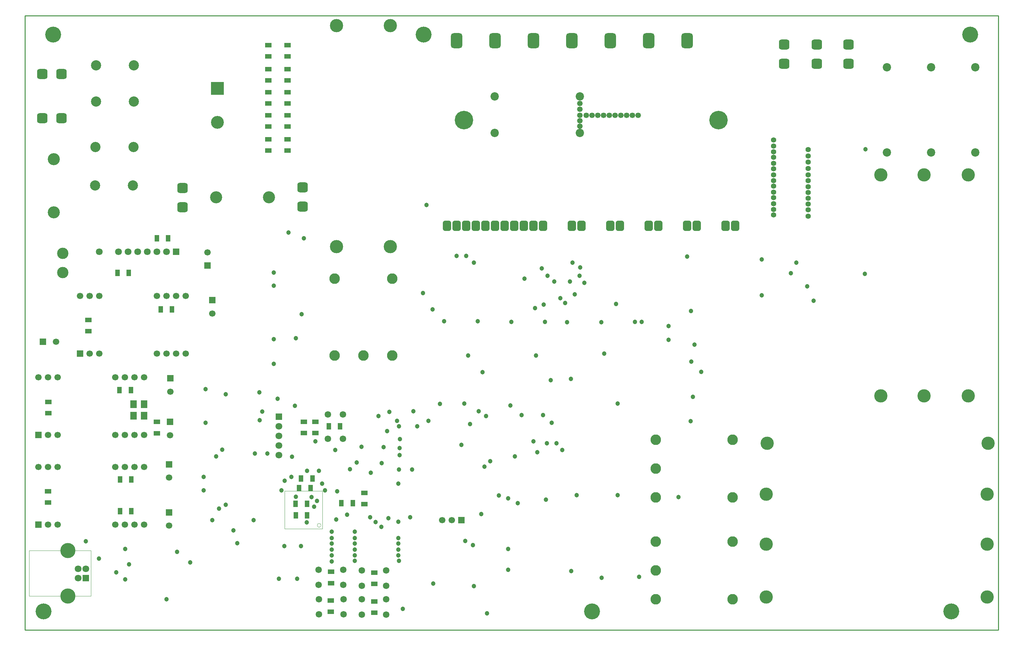
<source format=gbs>
%FSLAX42Y42*%
%MOMM*%
G71*
G01*
G75*
G04 Layer_Color=16711935*
%ADD10R,1.00X1.60*%
%ADD11R,1.60X1.00*%
%ADD12R,1.60X1.80*%
%ADD13R,0.60X2.20*%
%ADD14R,0.60X2.20*%
%ADD15R,0.60X1.20*%
%ADD16R,1.60X1.00*%
%ADD17R,2.00X2.00*%
%ADD18R,1.60X1.60*%
%ADD19R,2.00X2.00*%
%ADD20R,1.00X0.90*%
%ADD21O,0.60X1.20*%
%ADD22R,2.00X1.40*%
%ADD23R,1.00X1.60*%
%ADD24R,0.90X1.00*%
%ADD25R,1.80X0.35*%
%ADD26O,1.80X0.35*%
%ADD27O,0.30X1.80*%
%ADD28O,1.80X0.30*%
%ADD29R,0.60X1.30*%
%ADD30O,0.60X1.30*%
%ADD31C,1.00*%
%ADD32C,0.50*%
%ADD33C,2.00*%
%ADD34C,0.30*%
%ADD35C,1.25*%
%ADD36C,0.35*%
%ADD37C,0.13*%
%ADD38C,0.10*%
%ADD39C,0.25*%
%ADD40C,4.00*%
G04:AMPARAMS|DCode=41|XSize=2.5mm|YSize=2.5mm|CornerRadius=0.63mm|HoleSize=0mm|Usage=FLASHONLY|Rotation=90.000|XOffset=0mm|YOffset=0mm|HoleType=Round|Shape=RoundedRectangle|*
%AMROUNDEDRECTD41*
21,1,2.50,1.25,0,0,90.0*
21,1,1.25,2.50,0,0,90.0*
1,1,1.25,0.63,0.63*
1,1,1.25,0.63,-0.63*
1,1,1.25,-0.63,-0.63*
1,1,1.25,-0.63,0.63*
%
%ADD41ROUNDEDRECTD41*%
G04:AMPARAMS|DCode=42|XSize=2.5mm|YSize=2.5mm|CornerRadius=0.63mm|HoleSize=0mm|Usage=FLASHONLY|Rotation=180.000|XOffset=0mm|YOffset=0mm|HoleType=Round|Shape=RoundedRectangle|*
%AMROUNDEDRECTD42*
21,1,2.50,1.25,0,0,180.0*
21,1,1.25,2.50,0,0,180.0*
1,1,1.25,-0.63,0.63*
1,1,1.25,0.63,0.63*
1,1,1.25,0.63,-0.63*
1,1,1.25,-0.63,-0.63*
%
%ADD42ROUNDEDRECTD42*%
%ADD43C,1.50*%
%ADD44R,1.50X1.50*%
%ADD45R,1.50X1.50*%
%ADD46C,2.50*%
%ADD47C,3.00*%
%ADD48C,2.59*%
%ADD49C,3.30*%
%ADD50C,1.52*%
%ADD51C,3.20*%
%ADD52R,3.20X3.20*%
%ADD53R,1.60X1.60*%
%ADD54C,1.60*%
%ADD55C,3.80*%
%ADD56C,2.80*%
%ADD57C,2.00*%
G04:AMPARAMS|DCode=58|XSize=2mm|YSize=2.5mm|CornerRadius=0.5mm|HoleSize=0mm|Usage=FLASHONLY|Rotation=180.000|XOffset=0mm|YOffset=0mm|HoleType=Round|Shape=RoundedRectangle|*
%AMROUNDEDRECTD58*
21,1,2.00,1.50,0,0,180.0*
21,1,1.00,2.50,0,0,180.0*
1,1,1.00,-0.50,0.75*
1,1,1.00,0.50,0.75*
1,1,1.00,0.50,-0.75*
1,1,1.00,-0.50,-0.75*
%
%ADD58ROUNDEDRECTD58*%
G04:AMPARAMS|DCode=59|XSize=2.8mm|YSize=3.8mm|CornerRadius=0.7mm|HoleSize=0mm|Usage=FLASHONLY|Rotation=180.000|XOffset=0mm|YOffset=0mm|HoleType=Round|Shape=RoundedRectangle|*
%AMROUNDEDRECTD59*
21,1,2.80,2.40,0,0,180.0*
21,1,1.40,3.80,0,0,180.0*
1,1,1.40,-0.70,1.20*
1,1,1.40,0.70,1.20*
1,1,1.40,0.70,-1.20*
1,1,1.40,-0.70,-1.20*
%
%ADD59ROUNDEDRECTD59*%
%ADD60C,4.70*%
%ADD61C,1.27*%
%ADD62C,1.00*%
%ADD63C,1.20*%
%ADD64C,1.50*%
%ADD65R,1.20X1.80*%
%ADD66R,1.80X1.20*%
%ADD67R,1.80X2.00*%
%ADD68R,0.80X2.40*%
%ADD69R,0.80X2.40*%
%ADD70R,0.80X1.40*%
%ADD71R,1.80X1.20*%
%ADD72R,2.20X2.20*%
%ADD73R,1.80X1.80*%
%ADD74R,2.20X2.20*%
%ADD75R,1.20X1.10*%
%ADD76O,0.80X1.40*%
%ADD77R,2.20X1.60*%
%ADD78R,1.20X1.80*%
%ADD79R,1.10X1.20*%
%ADD80R,2.00X0.55*%
%ADD81O,2.00X0.55*%
%ADD82O,0.50X2.00*%
%ADD83O,2.00X0.50*%
%ADD84R,0.80X1.50*%
%ADD85O,0.80X1.50*%
%ADD86C,4.20*%
G04:AMPARAMS|DCode=87|XSize=2.7mm|YSize=2.7mm|CornerRadius=0.68mm|HoleSize=0mm|Usage=FLASHONLY|Rotation=90.000|XOffset=0mm|YOffset=0mm|HoleType=Round|Shape=RoundedRectangle|*
%AMROUNDEDRECTD87*
21,1,2.70,1.35,0,0,90.0*
21,1,1.35,2.70,0,0,90.0*
1,1,1.35,0.68,0.68*
1,1,1.35,0.68,-0.68*
1,1,1.35,-0.68,-0.68*
1,1,1.35,-0.68,0.68*
%
%ADD87ROUNDEDRECTD87*%
G04:AMPARAMS|DCode=88|XSize=2.7mm|YSize=2.7mm|CornerRadius=0.68mm|HoleSize=0mm|Usage=FLASHONLY|Rotation=180.000|XOffset=0mm|YOffset=0mm|HoleType=Round|Shape=RoundedRectangle|*
%AMROUNDEDRECTD88*
21,1,2.70,1.35,0,0,180.0*
21,1,1.35,2.70,0,0,180.0*
1,1,1.35,-0.68,0.68*
1,1,1.35,0.68,0.68*
1,1,1.35,0.68,-0.68*
1,1,1.35,-0.68,-0.68*
%
%ADD88ROUNDEDRECTD88*%
%ADD89C,1.70*%
%ADD90R,1.70X1.70*%
%ADD91R,1.70X1.70*%
%ADD92C,2.70*%
%ADD93C,3.20*%
%ADD94C,2.79*%
%ADD95C,3.50*%
%ADD96C,1.72*%
%ADD97C,3.40*%
%ADD98R,3.40X3.40*%
%ADD99R,1.80X1.80*%
%ADD100C,1.80*%
%ADD101C,2.20*%
G04:AMPARAMS|DCode=102|XSize=2.2mm|YSize=2.7mm|CornerRadius=0.55mm|HoleSize=0mm|Usage=FLASHONLY|Rotation=180.000|XOffset=0mm|YOffset=0mm|HoleType=Round|Shape=RoundedRectangle|*
%AMROUNDEDRECTD102*
21,1,2.20,1.60,0,0,180.0*
21,1,1.10,2.70,0,0,180.0*
1,1,1.10,-0.55,0.80*
1,1,1.10,0.55,0.80*
1,1,1.10,0.55,-0.80*
1,1,1.10,-0.55,-0.80*
%
%ADD102ROUNDEDRECTD102*%
G04:AMPARAMS|DCode=103|XSize=3mm|YSize=4mm|CornerRadius=0.75mm|HoleSize=0mm|Usage=FLASHONLY|Rotation=180.000|XOffset=0mm|YOffset=0mm|HoleType=Round|Shape=RoundedRectangle|*
%AMROUNDEDRECTD103*
21,1,3.00,2.50,0,0,180.0*
21,1,1.50,4.00,0,0,180.0*
1,1,1.50,-0.75,1.25*
1,1,1.50,0.75,1.25*
1,1,1.50,0.75,-1.25*
1,1,1.50,-0.75,-1.25*
%
%ADD103ROUNDEDRECTD103*%
%ADD104C,4.90*%
%ADD105C,1.47*%
%ADD106C,1.40*%
D38*
X10333Y39778D02*
G03*
X10333Y39778I-50J0D01*
G01*
X4253Y37906D02*
Y39110D01*
X2613Y37906D02*
Y39110D01*
X4253D01*
X2613Y37906D02*
X4253D01*
X9373Y40688D02*
X10373D01*
X9373Y39688D02*
X10373D01*
X9373D02*
Y40688D01*
X10373Y39688D02*
Y40688D01*
D39*
X2502Y37008D02*
Y53251D01*
Y37008D02*
X28245D01*
Y53251D01*
X2502D02*
X28245D01*
D40*
X3641Y39110D02*
D03*
Y37906D02*
D03*
D47*
X3505Y46965D02*
D03*
Y46457D02*
D03*
D63*
X10617Y38824D02*
D03*
X9957Y39853D02*
D03*
X16408Y43612D02*
D03*
X12382Y40881D02*
D03*
X4458Y38900D02*
D03*
X14148Y39370D02*
D03*
X14567Y40081D02*
D03*
X14719Y37452D02*
D03*
X18745Y38417D02*
D03*
X16954Y38570D02*
D03*
X17094Y40577D02*
D03*
X18174D02*
D03*
X10757Y40678D02*
D03*
X10706Y41770D02*
D03*
X9563Y41592D02*
D03*
X11278Y41440D02*
D03*
X11646Y41173D02*
D03*
X12687Y39992D02*
D03*
X12116Y39967D02*
D03*
X11633Y39992D02*
D03*
X12878Y42393D02*
D03*
X12395D02*
D03*
X12344Y42545D02*
D03*
X12141Y42774D02*
D03*
X11849Y42672D02*
D03*
X12078Y42266D02*
D03*
X7226Y40704D02*
D03*
Y41059D02*
D03*
X9284Y40704D02*
D03*
X7277Y42494D02*
D03*
X9804Y39230D02*
D03*
X7277Y43383D02*
D03*
X7811Y43243D02*
D03*
X9817Y45364D02*
D03*
X8915Y41681D02*
D03*
X8585D02*
D03*
X8712Y42558D02*
D03*
X8700Y43294D02*
D03*
X9081Y44704D02*
D03*
Y46114D02*
D03*
Y46457D02*
D03*
X9550Y41059D02*
D03*
X9373Y40958D02*
D03*
X8014Y39649D02*
D03*
X8547Y39916D02*
D03*
X12738Y41250D02*
D03*
X22898Y46723D02*
D03*
X22758Y46444D02*
D03*
X20104Y42532D02*
D03*
X21984Y46812D02*
D03*
X7557Y41605D02*
D03*
X11100Y41262D02*
D03*
X15037Y40564D02*
D03*
X15532Y40361D02*
D03*
X15278Y40488D02*
D03*
X12395Y41250D02*
D03*
X20168Y43180D02*
D03*
X23190Y46101D02*
D03*
X18174Y43002D02*
D03*
X12776Y42799D02*
D03*
X14503D02*
D03*
X15634Y42697D02*
D03*
X16205D02*
D03*
X14122Y43002D02*
D03*
X13475Y42989D02*
D03*
X15342Y42951D02*
D03*
X14275Y42456D02*
D03*
X10185Y41999D02*
D03*
X7722Y41783D02*
D03*
X5156Y39154D02*
D03*
X5258Y38748D02*
D03*
X5156Y38354D02*
D03*
X6528Y39078D02*
D03*
X6248Y37821D02*
D03*
X6871Y38798D02*
D03*
X8115Y39307D02*
D03*
X15278Y38608D02*
D03*
X12421Y42062D02*
D03*
X15278Y39154D02*
D03*
X14808Y41478D02*
D03*
X12408Y41821D02*
D03*
X13297Y38240D02*
D03*
X14656Y41326D02*
D03*
X12408Y41631D02*
D03*
X15951Y41999D02*
D03*
X11925Y39738D02*
D03*
X11989Y41846D02*
D03*
X11773Y39865D02*
D03*
X11024Y40056D02*
D03*
X11227Y39611D02*
D03*
X10224Y40424D02*
D03*
X10147Y40272D02*
D03*
X11405Y41859D02*
D03*
X10732Y39929D02*
D03*
X8776Y42786D02*
D03*
X9182Y43129D02*
D03*
X7455Y39916D02*
D03*
X7633Y40221D02*
D03*
X7811Y40323D02*
D03*
X9703Y38367D02*
D03*
X9220D02*
D03*
X14046Y41910D02*
D03*
X9639Y42939D02*
D03*
X13170Y42545D02*
D03*
X16307Y41948D02*
D03*
X9665Y44729D02*
D03*
X10439Y40704D02*
D03*
X10363Y40881D02*
D03*
X9969Y41224D02*
D03*
X9881Y47371D02*
D03*
X19787Y40526D02*
D03*
X17755Y38392D02*
D03*
X14351Y39256D02*
D03*
X14376Y38176D02*
D03*
X11227Y38837D02*
D03*
X16434Y42494D02*
D03*
X12382Y39878D02*
D03*
X10617Y39611D02*
D03*
X16053Y41707D02*
D03*
X12395Y38837D02*
D03*
X12382Y38989D02*
D03*
X11227D02*
D03*
X10617D02*
D03*
X12382Y39141D02*
D03*
X11227D02*
D03*
X10617D02*
D03*
X16713Y41770D02*
D03*
X12382Y39294D02*
D03*
X11227D02*
D03*
X10617D02*
D03*
X16561Y41948D02*
D03*
X12382Y39446D02*
D03*
X11227D02*
D03*
X10617D02*
D03*
X11938Y41427D02*
D03*
X4915Y38532D02*
D03*
X4115Y39357D02*
D03*
X10084Y40526D02*
D03*
X9665Y40538D02*
D03*
X10274Y41224D02*
D03*
X17818Y44323D02*
D03*
X16942Y43650D02*
D03*
X16015Y44272D02*
D03*
X14224D02*
D03*
X14605Y43828D02*
D03*
X24727Y49720D02*
D03*
X24714Y46431D02*
D03*
X16497Y46228D02*
D03*
X16916D02*
D03*
X16320Y46380D02*
D03*
X17170D02*
D03*
X16167Y46571D02*
D03*
X17183Y46596D02*
D03*
X13589Y45174D02*
D03*
X14478D02*
D03*
X16256Y45161D02*
D03*
X17742Y45148D02*
D03*
X18631Y45161D02*
D03*
X16840Y45148D02*
D03*
X15367Y45161D02*
D03*
X15456Y41605D02*
D03*
X14694Y42672D02*
D03*
X16218Y45618D02*
D03*
X18136Y45631D02*
D03*
X12500Y37567D02*
D03*
X9360Y39230D02*
D03*
X9081Y44044D02*
D03*
X23355Y45720D02*
D03*
X16281Y40462D02*
D03*
X21984Y45860D02*
D03*
X19520Y45047D02*
D03*
Y44679D02*
D03*
X17297Y46190D02*
D03*
X20015Y46888D02*
D03*
X17043Y45885D02*
D03*
X15989Y45517D02*
D03*
X16980Y46723D02*
D03*
X14376D02*
D03*
X13919Y46901D02*
D03*
X14173D02*
D03*
X20129Y44107D02*
D03*
X20117Y45441D02*
D03*
X16662Y45783D02*
D03*
X20206Y44552D02*
D03*
X20384Y43840D02*
D03*
X15710Y46304D02*
D03*
X13284Y45491D02*
D03*
X18809Y45161D02*
D03*
X9474Y47523D02*
D03*
X13030Y45923D02*
D03*
X16789Y45657D02*
D03*
X13119Y48247D02*
D03*
D65*
X11174Y40361D02*
D03*
X10874D02*
D03*
X10107Y41021D02*
D03*
X9807D02*
D03*
X9756Y40767D02*
D03*
X10056D02*
D03*
X10541Y42394D02*
D03*
X10841D02*
D03*
X9662Y40349D02*
D03*
X9962D02*
D03*
X9667Y40040D02*
D03*
X9967D02*
D03*
X5319Y40988D02*
D03*
X5019D02*
D03*
Y40150D02*
D03*
X5319D02*
D03*
X5307Y43350D02*
D03*
X5007D02*
D03*
X6392Y45491D02*
D03*
X6092D02*
D03*
X4951Y46455D02*
D03*
X5251D02*
D03*
X6292Y47366D02*
D03*
X5992D02*
D03*
D66*
X11481Y40338D02*
D03*
Y40638D02*
D03*
X10592Y37495D02*
D03*
Y37795D02*
D03*
X10603Y38549D02*
D03*
Y38249D02*
D03*
X11740Y37468D02*
D03*
Y37768D02*
D03*
Y38530D02*
D03*
Y38230D02*
D03*
X9881Y42217D02*
D03*
Y42517D02*
D03*
X10185Y42217D02*
D03*
Y42517D02*
D03*
X9449Y49685D02*
D03*
Y49985D02*
D03*
X8941Y49685D02*
D03*
Y49985D02*
D03*
X9449Y50320D02*
D03*
Y50620D02*
D03*
X8941Y50320D02*
D03*
Y50620D02*
D03*
X9449Y50929D02*
D03*
Y51229D02*
D03*
X8941Y50929D02*
D03*
Y51229D02*
D03*
X9449Y51539D02*
D03*
Y51839D02*
D03*
X8941Y51539D02*
D03*
Y51839D02*
D03*
X9449Y52174D02*
D03*
Y52474D02*
D03*
X8941Y52174D02*
D03*
Y52474D02*
D03*
X4185Y45209D02*
D03*
Y44909D02*
D03*
X3112Y40681D02*
D03*
Y40381D02*
D03*
X5993Y42512D02*
D03*
Y42212D02*
D03*
X3125Y43043D02*
D03*
Y42743D02*
D03*
D67*
X5652Y42677D02*
D03*
X5372D02*
D03*
X5652Y42982D02*
D03*
X5372D02*
D03*
D73*
X4112Y38383D02*
D03*
X6502Y47015D02*
D03*
D86*
X13043Y52750D02*
D03*
X3250D02*
D03*
X3000Y37500D02*
D03*
X17500D02*
D03*
X27500Y52750D02*
D03*
X27000Y37500D02*
D03*
D87*
X24282Y52489D02*
D03*
Y51981D02*
D03*
X23444D02*
D03*
Y52489D02*
D03*
X9843Y48717D02*
D03*
Y48209D02*
D03*
X6668Y48184D02*
D03*
Y48692D02*
D03*
X22581Y52489D02*
D03*
Y51981D02*
D03*
D88*
X2959Y50546D02*
D03*
X3467D02*
D03*
X2959Y51714D02*
D03*
X3467D02*
D03*
D89*
X6312Y39772D02*
D03*
X6338Y42162D02*
D03*
X3327Y44628D02*
D03*
X6350Y43313D02*
D03*
X7455Y45380D02*
D03*
X7328Y46997D02*
D03*
X3372Y43696D02*
D03*
X4896D02*
D03*
X5658D02*
D03*
X3372Y42172D02*
D03*
X5658D02*
D03*
X4896D02*
D03*
X2864Y43696D02*
D03*
X3118D02*
D03*
X5150D02*
D03*
X5404D02*
D03*
X3118Y42172D02*
D03*
X5404D02*
D03*
X5150D02*
D03*
X4470Y45847D02*
D03*
X5994D02*
D03*
X6756D02*
D03*
X4470Y44323D02*
D03*
X6756D02*
D03*
X5994D02*
D03*
X3962Y45847D02*
D03*
X4216D02*
D03*
X6248D02*
D03*
X6502D02*
D03*
X4216Y44323D02*
D03*
X6502D02*
D03*
X6248D02*
D03*
X6312Y41039D02*
D03*
X3372Y41325D02*
D03*
X4896D02*
D03*
X5658D02*
D03*
X3372Y39801D02*
D03*
X5658D02*
D03*
X4896D02*
D03*
X2864Y41325D02*
D03*
X3118D02*
D03*
X5150D02*
D03*
X5404D02*
D03*
X3118Y39801D02*
D03*
X5404D02*
D03*
X5150D02*
D03*
X13538Y39916D02*
D03*
X13792D02*
D03*
D90*
X6312Y40122D02*
D03*
X6338Y42512D02*
D03*
X6350Y43663D02*
D03*
X7455Y45730D02*
D03*
X7328Y46647D02*
D03*
X2864Y42172D02*
D03*
X3962Y44323D02*
D03*
X6312Y41389D02*
D03*
X2864Y39801D02*
D03*
X14046Y39916D02*
D03*
D91*
X2977Y44628D02*
D03*
D92*
X4359Y48768D02*
D03*
X5359D02*
D03*
X5388Y50984D02*
D03*
X4388D02*
D03*
X4372Y49777D02*
D03*
X5372D02*
D03*
X5388Y51936D02*
D03*
X4388D02*
D03*
D93*
X7557Y48451D02*
D03*
X8957D02*
D03*
X3264Y49454D02*
D03*
Y48054D02*
D03*
D94*
X19183Y38583D02*
D03*
Y39345D02*
D03*
X21215D02*
D03*
X19183Y37821D02*
D03*
X21215D02*
D03*
X19183Y41276D02*
D03*
Y42038D02*
D03*
X21215D02*
D03*
X19183Y40514D02*
D03*
X21215D02*
D03*
X11455Y44272D02*
D03*
X10693D02*
D03*
Y46304D02*
D03*
X12217Y44272D02*
D03*
Y46304D02*
D03*
D95*
X12166Y47148D02*
D03*
Y52990D02*
D03*
X10744Y47148D02*
D03*
Y52990D02*
D03*
X22103Y39282D02*
D03*
X27945D02*
D03*
X22103Y37885D02*
D03*
X27945D02*
D03*
X22129Y41949D02*
D03*
X27971D02*
D03*
X22103Y40602D02*
D03*
X27945D02*
D03*
X27445Y49047D02*
D03*
Y43205D02*
D03*
X25133Y49047D02*
D03*
Y43205D02*
D03*
X26276Y49047D02*
D03*
Y43205D02*
D03*
D96*
X12060Y38184D02*
D03*
X11410D02*
D03*
X12060Y38584D02*
D03*
X11410D02*
D03*
X12060Y37422D02*
D03*
X11410D02*
D03*
X12060Y37822D02*
D03*
X11410D02*
D03*
X10923Y38203D02*
D03*
X10273D02*
D03*
X10923Y38603D02*
D03*
X10273D02*
D03*
X10926Y37424D02*
D03*
X10276D02*
D03*
X10926Y37824D02*
D03*
X10276D02*
D03*
X10914Y42714D02*
D03*
Y42064D02*
D03*
X10514Y42714D02*
D03*
Y42064D02*
D03*
D97*
X7595Y50433D02*
D03*
D98*
Y51333D02*
D03*
D99*
X9220Y42647D02*
D03*
D100*
Y42393D02*
D03*
Y41885D02*
D03*
Y41631D02*
D03*
Y42139D02*
D03*
X3912Y38633D02*
D03*
Y38383D02*
D03*
X4112Y38633D02*
D03*
X6248Y47015D02*
D03*
X5486D02*
D03*
X4470D02*
D03*
X4978D02*
D03*
X5232D02*
D03*
X5740D02*
D03*
X5994D02*
D03*
D101*
X27635Y49637D02*
D03*
Y51887D02*
D03*
X25298Y49637D02*
D03*
Y51887D02*
D03*
X26467Y49637D02*
D03*
Y51887D02*
D03*
X17178Y51117D02*
D03*
X14928D02*
D03*
X17178Y50152D02*
D03*
X14928D02*
D03*
D102*
X21031Y47701D02*
D03*
X20269D02*
D03*
X20015D02*
D03*
X19253D02*
D03*
X17983D02*
D03*
X17221D02*
D03*
X16967D02*
D03*
X16205D02*
D03*
X15697D02*
D03*
X15443D02*
D03*
X14935D02*
D03*
X14681D02*
D03*
X14173D02*
D03*
X13919D02*
D03*
X21285D02*
D03*
X18999D02*
D03*
X18237D02*
D03*
X15951D02*
D03*
X15189D02*
D03*
X14427D02*
D03*
X13665D02*
D03*
D103*
X20015Y52591D02*
D03*
X17983D02*
D03*
X16967D02*
D03*
X14935D02*
D03*
X13919D02*
D03*
X18999D02*
D03*
X15951D02*
D03*
D104*
X20841Y50495D02*
D03*
X14110D02*
D03*
D105*
X18720Y50622D02*
D03*
X18567D02*
D03*
X18415D02*
D03*
X18263D02*
D03*
X18110D02*
D03*
X17958D02*
D03*
X17805D02*
D03*
X17348D02*
D03*
X17653D02*
D03*
X17501D02*
D03*
X17178Y50475D02*
D03*
X17181Y50622D02*
D03*
X17175Y50330D02*
D03*
X17178Y50780D02*
D03*
Y50930D02*
D03*
D106*
X22301Y47981D02*
D03*
Y48133D02*
D03*
Y48285D02*
D03*
Y48438D02*
D03*
Y48590D02*
D03*
Y48743D02*
D03*
Y48895D02*
D03*
Y49047D02*
D03*
Y49200D02*
D03*
Y49352D02*
D03*
Y49505D02*
D03*
Y49657D02*
D03*
Y49809D02*
D03*
Y49962D02*
D03*
X23216Y47955D02*
D03*
Y48120D02*
D03*
Y48425D02*
D03*
Y48273D02*
D03*
Y48895D02*
D03*
Y49708D02*
D03*
Y49543D02*
D03*
Y49378D02*
D03*
Y49212D02*
D03*
Y49047D02*
D03*
Y48730D02*
D03*
Y48577D02*
D03*
M02*

</source>
